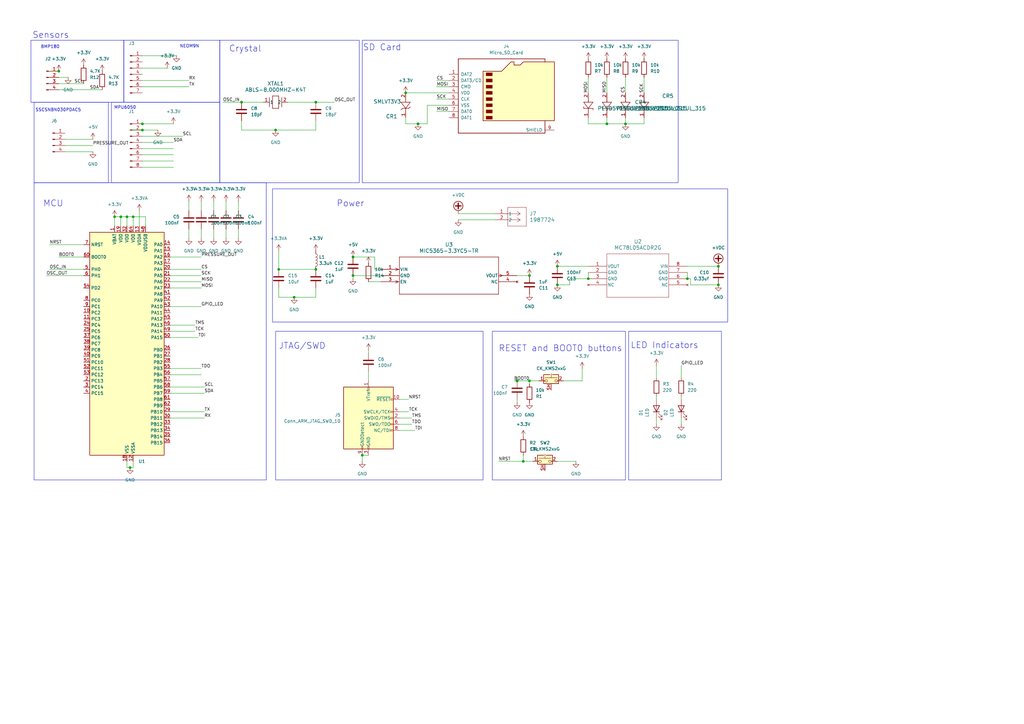
<source format=kicad_sch>
(kicad_sch (version 20231120) (generator "eeschema") (generator_version "8.0")
  (paper "A3")
  (junction (at 49.53 88.9))
  (junction (at 212.09 156.21))
  (junction (at 46.99 88.9))
  (junction (at 214.63 189.23))
  (junction (at 294.64 116.84))
  (junction (at 241.3 114.3))
  (junction (at 58.42 50.8))
  (junction (at 294.64 109.22))
  (junction (at 120.65 121.92))
  (junction (at 129.54 41.91))
  (junction (at 228.6 109.22))
  (junction (at 217.17 156.21))
  (junction (at 144.78 105.41))
  (junction (at 248.92 50.8))
  (junction (at 144.78 113.03))
  (junction (at 52.07 88.9))
  (junction (at 281.94 114.3))
  (junction (at 24.13 29.21))
  (junction (at 171.45 50.8))
  (junction (at 217.17 113.03))
  (junction (at 54.61 88.9))
  (junction (at 148.59 186.69))
  (junction (at 166.37 38.1))
  (junction (at 114.3 110.49))
  (junction (at 58.42 53.34))
  (junction (at 256.54 50.8))
  (junction (at 99.06 41.91))
  (junction (at 129.54 110.49))
  (junction (at 113.03 53.34))
  (junction (at 228.6 116.84))
  (junction (at 53.34 191.77))
  (wire (pts (xy 233.68 114.3) (xy 233.68 116.84)))
  (wire (pts (xy 69.85 135.89) (xy 80.01 135.89)))
  (wire (pts (xy 163.83 171.45) (xy 168.91 171.45)))
  (wire (pts (xy 241.3 50.8) (xy 248.92 50.8)))
  (wire (pts (xy 114.3 121.92) (xy 120.65 121.92)))
  (wire (pts (xy 163.83 173.99) (xy 168.91 173.99)))
  (wire (pts (xy 58.42 33.02) (xy 77.47 33.02)))
  (wire (pts (xy 69.85 168.91) (xy 83.82 168.91)))
  (wire (pts (xy 69.85 105.41) (xy 82.55 105.41)))
  (wire (pts (xy 82.55 93.98) (xy 82.55 97.79)))
  (wire (pts (xy 58.42 27.94) (xy 68.58 27.94)))
  (wire (pts (xy 52.07 189.23) (xy 52.07 191.77)))
  (wire (pts (xy 57.15 50.8) (xy 58.42 50.8)))
  (wire (pts (xy 118.11 41.91) (xy 129.54 41.91)))
  (wire (pts (xy 171.45 50.8) (xy 175.26 50.8)))
  (wire (pts (xy 163.83 176.53) (xy 170.18 176.53)))
  (wire (pts (xy 58.42 22.86) (xy 72.39 22.86)))
  (wire (pts (xy 58.42 55.88) (xy 74.93 55.88)))
  (wire (pts (xy 214.63 186.69) (xy 214.63 189.23)))
  (wire (pts (xy 281.94 111.76) (xy 281.94 114.3)))
  (wire (pts (xy 92.71 82.55) (xy 92.71 86.36)))
  (wire (pts (xy 20.32 100.33) (xy 34.29 100.33)))
  (wire (pts (xy 54.61 88.9) (xy 59.69 88.9)))
  (wire (pts (xy 279.4 171.45) (xy 279.4 173.99)))
  (wire (pts (xy 58.42 58.42) (xy 71.12 58.42)))
  (wire (pts (xy 52.07 88.9) (xy 52.07 92.71)))
  (wire (pts (xy 144.78 114.3) (xy 144.78 113.03)))
  (wire (pts (xy 99.06 53.34) (xy 113.03 53.34)))
  (wire (pts (xy 241.3 111.76) (xy 241.3 114.3)))
  (wire (pts (xy 212.09 165.1) (xy 212.09 163.83)))
  (wire (pts (xy 69.85 161.29) (xy 83.82 161.29)))
  (wire (pts (xy 19.05 113.03) (xy 34.29 113.03)))
  (wire (pts (xy 58.42 68.58) (xy 71.12 68.58)))
  (wire (pts (xy 114.3 102.87) (xy 114.3 110.49)))
  (wire (pts (xy 187.96 87.63) (xy 203.2 87.63)))
  (wire (pts (xy 279.4 149.86) (xy 279.4 154.94)))
  (wire (pts (xy 210.82 156.21) (xy 212.09 156.21)))
  (wire (pts (xy 58.42 66.04) (xy 71.12 66.04)))
  (wire (pts (xy 120.65 121.92) (xy 129.54 121.92)))
  (wire (pts (xy 166.37 48.26) (xy 166.37 50.8)))
  (wire (pts (xy 279.4 162.56) (xy 279.4 163.83)))
  (wire (pts (xy 46.99 88.9) (xy 49.53 88.9)))
  (wire (pts (xy 187.96 90.17) (xy 203.2 90.17)))
  (wire (pts (xy 264.16 48.26) (xy 264.16 50.8)))
  (wire (pts (xy 69.85 171.45) (xy 83.82 171.45)))
  (wire (pts (xy 151.13 144.78) (xy 151.13 143.51)))
  (wire (pts (xy 179.07 40.64) (xy 184.15 40.64)))
  (wire (pts (xy 129.54 53.34) (xy 129.54 49.53)))
  (wire (pts (xy 49.53 88.9) (xy 49.53 92.71)))
  (wire (pts (xy 52.07 88.9) (xy 54.61 88.9)))
  (wire (pts (xy 91.44 41.91) (xy 99.06 41.91)))
  (wire (pts (xy 179.07 33.02) (xy 184.15 33.02)))
  (wire (pts (xy 241.3 31.75) (xy 241.3 38.1)))
  (wire (pts (xy 217.17 156.21) (xy 220.98 156.21)))
  (wire (pts (xy 26.67 59.69) (xy 38.1 59.69)))
  (wire (pts (xy 69.85 110.49) (xy 82.55 110.49)))
  (wire (pts (xy 151.13 152.4) (xy 151.13 156.21)))
  (wire (pts (xy 212.09 156.21) (xy 217.17 156.21)))
  (wire (pts (xy 148.59 189.23) (xy 148.59 186.69)))
  (wire (pts (xy 248.92 48.26) (xy 248.92 50.8)))
  (wire (pts (xy 92.71 93.98) (xy 92.71 97.79)))
  (wire (pts (xy 99.06 49.53) (xy 99.06 53.34)))
  (wire (pts (xy 204.47 189.23) (xy 214.63 189.23)))
  (wire (pts (xy 58.42 60.96) (xy 71.12 60.96)))
  (wire (pts (xy 175.26 43.18) (xy 175.26 50.8)))
  (wire (pts (xy 269.24 171.45) (xy 269.24 173.99)))
  (wire (pts (xy 129.54 118.11) (xy 129.54 121.92)))
  (wire (pts (xy 283.21 116.84) (xy 294.64 116.84)))
  (wire (pts (xy 58.42 50.8) (xy 71.12 50.8)))
  (wire (pts (xy 53.34 191.77) (xy 54.61 191.77)))
  (wire (pts (xy 26.67 57.15) (xy 38.1 57.15)))
  (wire (pts (xy 49.53 88.9) (xy 52.07 88.9)))
  (wire (pts (xy 54.61 88.9) (xy 54.61 92.71)))
  (wire (pts (xy 179.07 35.56) (xy 184.15 35.56)))
  (wire (pts (xy 54.61 189.23) (xy 54.61 191.77)))
  (wire (pts (xy 82.55 82.55) (xy 82.55 86.36)))
  (wire (pts (xy 256.54 31.75) (xy 256.54 38.1)))
  (wire (pts (xy 99.06 41.91) (xy 107.95 41.91)))
  (wire (pts (xy 87.63 93.98) (xy 87.63 97.79)))
  (wire (pts (xy 228.6 189.23) (xy 236.22 189.23)))
  (wire (pts (xy 20.32 29.21) (xy 24.13 29.21)))
  (wire (pts (xy 58.42 53.34) (xy 64.77 53.34)))
  (wire (pts (xy 153.67 105.41) (xy 153.67 110.49)))
  (wire (pts (xy 264.16 50.8) (xy 256.54 50.8)))
  (wire (pts (xy 24.13 31.75) (xy 27.94 31.75)))
  (wire (pts (xy 69.85 151.13) (xy 82.55 151.13)))
  (wire (pts (xy 163.83 168.91) (xy 167.64 168.91)))
  (wire (pts (xy 77.47 93.98) (xy 77.47 97.79)))
  (wire (pts (xy 58.42 35.56) (xy 77.47 35.56)))
  (wire (pts (xy 217.17 156.21) (xy 217.17 157.48)))
  (wire (pts (xy 151.13 115.57) (xy 156.21 115.57)))
  (wire (pts (xy 129.54 41.91) (xy 137.16 41.91)))
  (wire (pts (xy 59.69 88.9) (xy 59.69 92.71)))
  (wire (pts (xy 179.07 45.72) (xy 184.15 45.72)))
  (wire (pts (xy 69.85 115.57) (xy 82.55 115.57)))
  (wire (pts (xy 233.68 114.3) (xy 241.3 114.3)))
  (wire (pts (xy 20.32 110.49) (xy 34.29 110.49)))
  (wire (pts (xy 69.85 125.73) (xy 82.55 125.73)))
  (wire (pts (xy 214.63 189.23) (xy 218.44 189.23)))
  (wire (pts (xy 163.83 163.83) (xy 167.64 163.83)))
  (wire (pts (xy 148.59 186.69) (xy 151.13 186.69)))
  (wire (pts (xy 283.21 114.3) (xy 283.21 116.84)))
  (wire (pts (xy 241.3 48.26) (xy 241.3 50.8)))
  (wire (pts (xy 24.13 105.41) (xy 34.29 105.41)))
  (wire (pts (xy 97.79 97.79) (xy 97.79 93.98)))
  (wire (pts (xy 52.07 191.77) (xy 53.34 191.77)))
  (wire (pts (xy 77.47 82.55) (xy 77.47 86.36)))
  (wire (pts (xy 233.68 116.84) (xy 228.6 116.84)))
  (wire (pts (xy 46.99 88.9) (xy 46.99 92.71)))
  (wire (pts (xy 24.13 34.29) (xy 34.29 34.29)))
  (wire (pts (xy 57.15 86.36) (xy 57.15 92.71)))
  (wire (pts (xy 248.92 50.8) (xy 256.54 50.8)))
  (wire (pts (xy 114.3 110.49) (xy 129.54 110.49)))
  (wire (pts (xy 69.85 158.75) (xy 83.82 158.75)))
  (wire (pts (xy 97.79 82.55) (xy 97.79 86.36)))
  (wire (pts (xy 256.54 48.26) (xy 256.54 50.8)))
  (wire (pts (xy 166.37 38.1) (xy 184.15 38.1)))
  (wire (pts (xy 69.85 113.03) (xy 82.55 113.03)))
  (wire (pts (xy 87.63 82.55) (xy 87.63 86.36)))
  (wire (pts (xy 26.67 62.23) (xy 38.1 62.23)))
  (wire (pts (xy 24.13 36.83) (xy 41.91 36.83)))
  (wire (pts (xy 264.16 31.75) (xy 264.16 38.1)))
  (wire (pts (xy 212.09 113.03) (xy 217.17 113.03)))
  (wire (pts (xy 281.94 109.22) (xy 294.64 109.22)))
  (wire (pts (xy 153.67 110.49) (xy 156.21 110.49)))
  (wire (pts (xy 113.03 53.34) (xy 129.54 53.34)))
  (wire (pts (xy 69.85 118.11) (xy 82.55 118.11)))
  (wire (pts (xy 69.85 138.43) (xy 81.28 138.43)))
  (wire (pts (xy 144.78 113.03) (xy 156.21 113.03)))
  (wire (pts (xy 144.78 105.41) (xy 153.67 105.41)))
  (wire (pts (xy 281.94 114.3) (xy 283.21 114.3)))
  (wire (pts (xy 269.24 149.86) (xy 269.24 154.94)))
  (wire (pts (xy 269.24 162.56) (xy 269.24 163.83)))
  (wire (pts (xy 231.14 156.21) (xy 238.76 156.21)))
  (wire (pts (xy 228.6 109.22) (xy 241.3 109.22)))
  (wire (pts (xy 69.85 153.67) (xy 82.55 153.67)))
  (wire (pts (xy 53.34 53.34) (xy 58.42 53.34)))
  (wire (pts (xy 184.15 43.18) (xy 175.26 43.18)))
  (wire (pts (xy 69.85 133.35) (xy 80.01 133.35)))
  (wire (pts (xy 166.37 50.8) (xy 171.45 50.8)))
  (wire (pts (xy 114.3 118.11) (xy 114.3 121.92)))
  (wire (pts (xy 248.92 31.75) (xy 248.92 38.1)))
  (wire (pts (xy 58.42 63.5) (xy 71.12 63.5)))
  (wire (pts (xy 238.76 151.13) (xy 238.76 156.21)))
  (rectangle (start 201.93 135.89) (end 256.54 196.85))
  (rectangle (start 148.59 16.51) (end 278.13 74.93))
  (rectangle (start 257.81 135.89) (end 295.91 196.85))
  (rectangle (start 45.72 41.91) (end 90.17 74.93))
  (rectangle (start 50.8 16.51) (end 90.17 41.91))
  (rectangle (start 12.7 16.51) (end 50.8 41.91))
  (rectangle (start 113.03 135.89) (end 198.12 196.85))
  (rectangle (start 111.76 77.47) (end 298.45 132.08))
  (rectangle (start 13.97 74.93) (end 109.22 196.85))
  (rectangle (start 90.17 16.51) (end 147.32 74.93))
  (rectangle (start 13.97 41.91) (end 44.45 74.93))
  (text "BMP180\n" (at 20.574 19.304 0) (effects (font (size 1.27 1.27))))
  (text "SD Card" (at 156.718 19.558 0) (effects (font (size 2.54 2.54))))
  (text "Power\n" (at 143.764 83.566 0) (effects (font (size 2.54 2.54))))
  (text "Sensors\n" (at 20.828 14.478 0) (effects (font (size 2.54 2.54))))
  (text "Crystal\n" (at 100.584 20.066 0) (effects (font (size 2.54 2.54))))
  (text "MPU6050" (at 51.308 44.196 0) (effects (font (size 1.27 1.27))))
  (text "NEOM9N" (at 77.724 19.05 0) (effects (font (size 1.27 1.27))))
  (text "JTAG/SWD\n" (at 123.952 141.986 0) (effects (font (size 2.54 2.54))))
  (text "RESET and BOOT0 buttons" (at 229.87 143.002 0) (effects (font (size 2.54 2.54))))
  (text "LED Indicators\n" (at 272.542 141.732 0) (effects (font (size 2.54 2.54))))
  (text "MCU\n" (at 21.844 83.566 0) (effects (font (size 2.54 2.54))))
  (text "SSCSNBN030PDAC5" (at 23.876 45.212 0) (effects (font (size 1.27 1.27))))
  (label "TDO" (at 168.91 173.99 0))
  (label "TCK" (at 167.64 168.91 0))
  (label "NRST" (at 20.32 100.33 0))
  (label "RX" (at 77.47 33.02 0))
  (label "SCK" (at 264.16 38.1 90))
  (label "MISO" (at 82.55 115.57 0))
  (label "SCK" (at 82.55 113.03 0))
  (label "OSC_IN" (at 91.44 41.91 0))
  (label "MISO" (at 179.07 45.72 0))
  (label "OSC_IN" (at 20.32 110.49 0))
  (label "SDA" (at 36.83 36.83 0))
  (label "OSC_OUT" (at 19.05 113.03 0))
  (label "TDI" (at 81.28 138.43 0))
  (label "OSC_OUT" (at 137.16 41.91 0))
  (label "BOOT0" (at 24.13 105.41 0))
  (label "TMS" (at 80.01 133.35 0))
  (label "TX" (at 77.47 35.56 0))
  (label "GPIO_LED" (at 279.4 149.86 0))
  (label "SDA" (at 83.82 161.29 0))
  (label "SDA" (at 71.12 58.42 0))
  (label "MISO" (at 248.92 38.1 90))
  (label "CS" (at 256.54 38.1 90))
  (label "MOSI" (at 82.55 118.11 0))
  (label "NRST" (at 167.64 163.83 0))
  (label "TX" (at 83.82 168.91 0))
  (label "MOSI" (at 179.07 35.56 0))
  (label "TCK" (at 80.01 135.89 0))
  (label "PRESSURE_OUT" (at 38.1 59.69 0))
  (label "SCL" (at 30.48 34.29 0))
  (label "CS" (at 82.55 110.49 0))
  (label "RX" (at 83.82 171.45 0))
  (label "MOSI" (at 241.3 38.1 90))
  (label "TDO" (at 82.55 151.13 0))
  (label "SCK" (at 179.07 40.64 0))
  (label "CS" (at 179.07 33.02 0))
  (label "NRST" (at 204.47 189.23 0))
  (label "SCL" (at 74.93 55.88 0))
  (label "BOOT0" (at 210.82 156.21 0))
  (label "TMS" (at 168.91 171.45 0))
  (label "SCL" (at 83.82 158.75 0))
  (label "PRESSURE_OUT" (at 82.55 105.41 0))
  (label "TDI" (at 170.18 176.53 0))
  (label "GPIO_LED" (at 82.55 125.73 0))
  (symbol (lib_id "Device:R") (at 264.16 27.94 0) (mirror x) (unit 1)
    (property "Reference" "R10" (at 266.7 29.2101 0) (effects (justify left)))
    (property "Value" "10k" (at 266.7 26.6701 0) (effects (justify left)))
    (property "Footprint" "Resistor_SMD:R_0201_0603Metric_Pad0.64x0.40mm_HandSolder" (effects (hide yes)))
    (property "Description" "Resistor" (effects (hide yes)))
  )
  (symbol (lib_id "power:+3.3V") (at 82.55 82.55 0) (unit 1)
    (property "Reference" "#PWR07" (effects (hide yes)))
    (property "Value" "+3.3V" (at 82.55 77.47 0))
    (property "Description" "Power symbol creates a global label with name \"+3.3V\"" (effects (hide yes)))
  )
  (symbol (lib_id "power:+VDC") (at 187.96 87.63 0) (unit 1)
    (property "Reference" "#PWR053" (effects (hide yes)))
    (property "Value" "+VDC" (at 187.96 80.01 0))
    (property "Description" "Power symbol creates a global label with name \"+VDC\"" (effects (hide yes)))
  )
  (symbol (lib_id "Connector:Micro_SD_Card") (at 207.01 38.1 0) (unit 1)
    (property "Reference" "J4" (at 207.645 19.05 0))
    (property "Value" "Micro_SD_Card" (at 207.645 21.59 0))
    (property "Footprint" "Connector_Card:microSD_HC_Molex_47219-2001" (effects (hide yes)))
    (property "Datasheet" "https://www.we-online.com/components/products/datasheet/693072010801.pdf" (effects (hide yes)))
    (property "Description" "Micro SD Card Socket" (effects (hide yes)))
  )
  (symbol (lib_id "Device:C") (at 87.63 90.17 0) (unit 1)
    (property "Reference" "C2" (at 91.44 88.8999 0) (effects (justify left)))
    (property "Value" "100nF" (at 91.44 91.4399 0) (effects (justify left)))
    (property "Footprint" "Capacitor_SMD:C_0201_0603Metric" (effects (hide yes)))
    (property "Description" "Unpolarized capacitor" (effects (hide yes)))
  )
  (symbol (lib_id "power:+3.3V") (at 97.79 82.55 0) (unit 1)
    (property "Reference" "#PWR010" (effects (hide yes)))
    (property "Value" "+3.3V" (at 97.79 77.47 0))
    (property "Description" "Power symbol creates a global label with name \"+3.3V\"" (effects (hide yes)))
  )
  (symbol (lib_id "power:+3.3V") (at 217.17 113.03 0) (unit 1)
    (property "Reference" "#PWR050" (effects (hide yes)))
    (property "Value" "+3.3V" (at 217.17 107.95 0))
    (property "Description" "Power symbol creates a global label with name \"+3.3V\"" (effects (hide yes)))
  )
  (symbol (lib_id "power:GND") (at 53.34 191.77 0) (unit 1)
    (property "Reference" "#PWR013" (effects (hide yes)))
    (property "Value" "GND" (at 53.34 196.85 0))
    (property "Description" "Power symbol creates a global label with name \"GND\" , ground" (effects (hide yes)))
  )
  (symbol (lib_id "power:GND") (at 256.54 50.8 0) (unit 1)
    (property "Reference" "#PWR029" (effects (hide yes)))
    (property "Value" "GND" (at 256.54 55.88 0))
    (property "Description" "Power symbol creates a global label with name \"GND\" , ground" (effects (hide yes)))
  )
  (symbol (lib_id "power:GND") (at 87.63 97.79 0) (unit 1)
    (property "Reference" "#PWR01" (effects (hide yes)))
    (property "Value" "GND" (at 87.63 102.87 0))
    (property "Description" "Power symbol creates a global label with name \"GND\" , ground" (effects (hide yes)))
  )
  (symbol (lib_id "PESD5V0S1UL,315:PESD5V0S1UL_315") (at 248.92 38.1 270) (unit 1)
    (property "Reference" "CR3" (effects (hide yes)))
    (property "Value" "PESD5V0S1UL_315" (at 252.73 44.4499 90) (effects (font (size 1.524 1.524)) (justify left)))
    (property "Footprint" "PESD5V0S1UL,315:DFN1006-2_SOD882_NEX" (effects (hide yes)))
    (property "Datasheet" "PESD5V0S1UL_315" (effects (hide yes)))
  )
  (symbol (lib_id "Connector:Conn_01x04_Pin") (at 19.05 31.75 0) (unit 1)
    (property "Reference" "J2" (at 19.685 24.13 0))
    (property "Value" "Conn_01x04_Pin" (effects (hide yes)))
    (property "Footprint" "Connector_PinSocket_2.54mm:PinSocket_1x04_P2.54mm_Vertical" (effects (hide yes)))
    (property "Description" "Generic connector, single row, 01x04, script generated" (effects (hide yes)))
  )
  (symbol (lib_id "2025-01-22_04-11-48:SMLVT3V3") (at 166.37 48.26 90) (unit 1)
    (property "Reference" "CR1" (at 158.242 47.752 90) (effects (font (size 1.524 1.524)) (justify right)))
    (property "Value" "SMLVT3V3" (at 153.162 41.656 90) (effects (font (size 1.524 1.524)) (justify right)))
    (property "Footprint" "SMLVT3V3:SMB_STM" (effects (hide yes)))
    (property "Datasheet" "SMLVT3V3" (effects (hide yes)))
  )
  (symbol (lib_id "power:+3.3V") (at 151.13 107.95 0) (unit 1)
    (property "Reference" "#PWR055" (effects (hide yes)))
    (property "Value" "+3.3V" (at 151.13 102.87 0))
    (property "Description" "Power symbol creates a global label with name \"+3.3V\"" (effects (hide yes)))
  )
  (symbol (lib_id "power:+3.3V") (at 77.47 82.55 0) (unit 1)
    (property "Reference" "#PWR06" (effects (hide yes)))
    (property "Value" "+3.3V" (at 77.47 77.47 0))
    (property "Description" "Power symbol creates a global label with name \"+3.3V\"" (effects (hide yes)))
  )
  (symbol (lib_id "power:GND") (at 120.65 121.92 0) (unit 1)
    (property "Reference" "#PWR020" (effects (hide yes)))
    (property "Value" "GND" (at 120.65 127 0))
    (property "Description" "Power symbol creates a global label with name \"GND\" , ground" (effects (hide yes)))
  )
  (symbol (lib_id "Device:C") (at 82.55 90.17 0) (unit 1)
    (property "Reference" "C1" (at 86.36 88.8999 0) (effects (justify left)))
    (property "Value" "100nF" (at 86.36 91.4399 0) (effects (justify left)))
    (property "Footprint" "Capacitor_SMD:C_0201_0603Metric" (effects (hide yes)))
    (property "Description" "Unpolarized capacitor" (effects (hide yes)))
  )
  (symbol (lib_id "1987724:1987724") (at 203.2 87.63 0) (unit 1)
    (property "Reference" "J7" (at 217.17 87.6299 0) (effects (font (size 1.524 1.524)) (justify left)))
    (property "Value" "1987724" (at 217.17 90.1699 0) (effects (font (size 1.524 1.524)) (justify left)))
    (property "Footprint" "1987724:CONN_1987724_PXC" (effects (hide yes)))
    (property "Datasheet" "1987724" (effects (hide yes)))
  )
  (symbol (lib_id "power:+3.3V") (at 269.24 149.86 0) (unit 1)
    (property "Reference" "#PWR041" (effects (hide yes)))
    (property "Value" "+3.3V" (at 269.24 144.78 0))
    (property "Description" "Power symbol creates a global label with name \"+3.3V\"" (effects (hide yes)))
  )
  (symbol (lib_id "power:GND") (at 212.09 165.1 0) (unit 1)
    (property "Reference" "#PWR031" (effects (hide yes)))
    (property "Value" "GND" (at 212.09 170.18 0))
    (property "Description" "Power symbol creates a global label with name \"GND\" , ground" (effects (hide yes)))
  )
  (symbol (lib_id "power:GND") (at 269.24 173.99 0) (unit 1)
    (property "Reference" "#PWR039" (effects (hide yes)))
    (property "Value" "GND" (at 269.24 179.07 0))
    (property "Description" "Power symbol creates a global label with name \"GND\" , ground" (effects (hide yes)))
  )
  (symbol (lib_id "Device:C") (at 129.54 114.3 0) (unit 1)
    (property "Reference" "C14" (at 133.35 113.0299 0) (effects (justify left)))
    (property "Value" "1uF" (at 133.35 115.5699 0) (effects (justify left)))
    (property "Footprint" "Capacitor_SMD:C_0201_0603Metric" (effects (hide yes)))
    (property "Description" "Unpolarized capacitor" (effects (hide yes)))
  )
  (symbol (lib_id "Device:LED") (at 279.4 167.64 90) (unit 1)
    (property "Reference" "D2" (at 273.05 169.2275 0))
    (property "Value" "LED" (at 275.59 169.2275 0))
    (property "Footprint" "LED_SMD:LED_0603_1608Metric" (effects (hide yes)))
    (property "Description" "Light emitting diode" (effects (hide yes)))
  )
  (symbol (lib_id "power:+3.3V") (at 92.71 82.55 0) (unit 1)
    (property "Reference" "#PWR09" (effects (hide yes)))
    (property "Value" "+3.3V" (at 92.71 77.47 0))
    (property "Description" "Power symbol creates a global label with name \"+3.3V\"" (effects (hide yes)))
  )
  (symbol (lib_id "Device:C") (at 99.06 45.72 0) (unit 1)
    (property "Reference" "C8" (at 102.87 44.4499 0) (effects (justify left)))
    (property "Value" "18pF" (at 102.87 46.9899 0) (effects (justify left)))
    (property "Footprint" "Capacitor_SMD:C_0201_0603Metric" (effects (hide yes)))
    (property "Description" "Unpolarized capacitor" (effects (hide yes)))
  )
  (symbol (lib_id "MCU_ST_STM32L4:STM32L476RGTx") (at 52.07 140.97 0) (unit 1)
    (property "Reference" "U1" (at 56.8041 189.23 0) (effects (justify left)))
    (property "Value" "STM32L476RGTx" (effects (hide yes)))
    (property "Footprint" "Package_QFP:LQFP-64_10x10mm_P0.5mm" (effects (hide yes)))
    (property "Datasheet" "https://www.st.com/resource/en/datasheet/stm32l476rg.pdf" (effects (hide yes)))
    (property "Description" "STMicroelectronics Arm Cortex-M4 MCU, 1024KB flash, 128KB RAM, 80 MHz, 1.71-3.6V, 51 GPIO, LQFP64" (effects (hide yes)))
  )
  (symbol (lib_id "Device:R") (at 241.3 27.94 0) (mirror x) (unit 1)
    (property "Reference" "R7" (at 243.84 29.2101 0) (effects (justify left)))
    (property "Value" "10k" (at 243.84 26.6701 0) (effects (justify left)))
    (property "Footprint" "Resistor_SMD:R_0201_0603Metric_Pad0.64x0.40mm_HandSolder" (effects (hide yes)))
    (property "Description" "Resistor" (effects (hide yes)))
  )
  (symbol (lib_id "power:GND") (at 97.79 97.79 0) (unit 1)
    (property "Reference" "#PWR05" (effects (hide yes)))
    (property "Value" "GND" (at 97.79 102.87 0))
    (property "Description" "Power symbol creates a global label with name \"GND\" , ground" (effects (hide yes)))
  )
  (symbol (lib_id "PESD5V0S1UL,315:PESD5V0S1UL_315") (at 264.16 38.1 270) (unit 1)
    (property "Reference" "CR5" (at 271.526 39.37 90) (effects (font (size 1.524 1.524)) (justify left)))
    (property "Value" "PESD5V0S1UL_315" (at 267.97 44.4499 90) (effects (font (size 1.524 1.524)) (justify left)))
    (property "Footprint" "PESD5V0S1UL,315:DFN1006-2_SOD882_NEX" (effects (hide yes)))
    (property "Datasheet" "PESD5V0S1UL_315" (effects (hide yes)))
  )
  (symbol (lib_id "power:+3.3V") (at 24.13 29.21 0) (unit 1)
    (property "Reference" "#PWR019" (effects (hide yes)))
    (property "Value" "+3.3V" (at 24.13 24.13 0))
    (property "Description" "Power symbol creates a global label with name \"+3.3V\"" (effects (hide yes)))
  )
  (symbol (lib_id "power:GND") (at 27.94 31.75 0) (unit 1)
    (property "Reference" "#PWR018" (effects (hide yes)))
    (property "Value" "GND" (at 27.94 36.83 0))
    (property "Description" "Power symbol creates a global label with name \"GND\" , ground" (effects (hide yes)))
  )
  (symbol (lib_id "power:+3.3V") (at 46.99 88.9 0) (unit 1)
    (property "Reference" "#PWR011" (effects (hide yes)))
    (property "Value" "+3.3V" (at 46.99 83.82 0))
    (property "Description" "Power symbol creates a global label with name \"+3.3V\"" (effects (hide yes)))
  )
  (symbol (lib_id "PESD5V0S1UL,315:PESD5V0S1UL_315") (at 256.54 38.1 270) (unit 1)
    (property "Reference" "CR4" (at 260.35 41.9099 90) (effects (font (size 1.524 1.524)) (justify left)))
    (property "Value" "PESD5V0S1UL_315" (at 260.35 44.4499 90) (effects (font (size 1.524 1.524)) (justify left)))
    (property "Footprint" "PESD5V0S1UL,315:DFN1006-2_SOD882_NEX" (effects (hide yes)))
    (property "Datasheet" "PESD5V0S1UL_315" (effects (hide yes)))
  )
  (symbol (lib_id "Device:C") (at 151.13 148.59 0) (unit 1)
    (property "Reference" "C6" (at 154.94 147.3199 0) (effects (justify left)))
    (property "Value" "100nF" (at 154.94 149.8599 0) (effects (justify left)))
    (property "Footprint" "Capacitor_SMD:C_0201_0603Metric" (effects (hide yes)))
    (property "Description" "Unpolarized capacitor" (effects (hide yes)))
  )
  (symbol (lib_id "Device:R") (at 151.13 111.76 0) (mirror x) (unit 1)
    (property "Reference" "R14" (at 153.67 113.0301 0) (effects (justify left)))
    (property "Value" "10k" (at 153.67 110.4901 0) (effects (justify left)))
    (property "Footprint" "Resistor_SMD:R_0201_0603Metric_Pad0.64x0.40mm_HandSolder" (effects (hide yes)))
    (property "Description" "Resistor" (effects (hide yes)))
  )
  (symbol (lib_id "power:+3.3V") (at 87.63 82.55 0) (unit 1)
    (property "Reference" "#PWR08" (effects (hide yes)))
    (property "Value" "+3.3V" (at 87.63 77.47 0))
    (property "Description" "Power symbol creates a global label with name \"+3.3V\"" (effects (hide yes)))
  )
  (symbol (lib_id "Connector:Conn_01x08_Pin") (at 53.34 58.42 0) (unit 1)
    (property "Reference" "J1" (at 53.975 45.72 0))
    (property "Value" "Conn_01x08_Pin" (effects (hide yes)))
    (property "Footprint" "Connector_PinSocket_2.54mm:PinSocket_1x08_P2.54mm_Vertical" (effects (hide yes)))
    (property "Description" "Generic connector, single row, 01x08, script generated" (effects (hide yes)))
  )
  (symbol (lib_id "Device:LED") (at 269.24 167.64 90) (unit 1)
    (property "Reference" "D1" (at 262.89 169.2275 0))
    (property "Value" "LED" (at 265.43 169.2275 0))
    (property "Footprint" "LED_SMD:LED_0603_1608Metric" (effects (hide yes)))
    (property "Description" "Light emitting diode" (effects (hide yes)))
  )
  (symbol (lib_id "power:GND") (at 72.39 22.86 0) (unit 1)
    (property "Reference" "#PWR044" (effects (hide yes)))
    (property "Value" "GND" (at 72.39 27.94 0))
    (property "Description" "Power symbol creates a global label with name \"GND\" , ground" (effects (hide yes)))
  )
  (symbol (lib_id "power:GND") (at 187.96 90.17 0) (unit 1)
    (property "Reference" "#PWR049" (effects (hide yes)))
    (property "Value" "GND" (at 187.96 95.25 0))
    (property "Description" "Power symbol creates a global label with name \"GND\" , ground" (effects (hide yes)))
  )
  (symbol (lib_id "Connector:Conn_01x07_Pin") (at 53.34 30.48 0) (unit 1)
    (property "Reference" "J3" (at 53.975 17.78 0))
    (property "Value" "Conn_01x07_Pin" (effects (hide yes)))
    (property "Footprint" "Connector_PinSocket_2.54mm:PinSocket_1x07_P2.54mm_Vertical" (effects (hide yes)))
    (property "Description" "Generic connector, single row, 01x07, script generated" (effects (hide yes)))
  )
  (symbol (lib_id "power:+3.3V") (at 241.3 24.13 0) (unit 1)
    (property "Reference" "#PWR025" (effects (hide yes)))
    (property "Value" "+3.3V" (at 241.3 19.05 0))
    (property "Description" "Power symbol creates a global label with name \"+3.3V\"" (effects (hide yes)))
  )
  (symbol (lib_id "power:+3.3V") (at 214.63 179.07 0) (unit 1)
    (property "Reference" "#PWR038" (effects (hide yes)))
    (property "Value" "+3.3V" (at 214.63 173.99 0))
    (property "Description" "Power symbol creates a global label with name \"+3.3V\"" (effects (hide yes)))
  )
  (symbol (lib_id "power:GND") (at 294.64 116.84 0) (unit 1)
    (property "Reference" "#PWR048" (effects (hide yes)))
    (property "Value" "GND" (at 294.64 121.92 0))
    (property "Description" "Power symbol creates a global label with name \"GND\" , ground" (effects (hide yes)))
  )
  (symbol (lib_id "Device:C") (at 77.47 90.17 0) (mirror y) (unit 1)
    (property "Reference" "C5" (at 73.66 88.8999 0) (effects (justify left)))
    (property "Value" "100nF" (at 73.66 91.4399 0) (effects (justify left)))
    (property "Footprint" "Capacitor_SMD:C_0201_0603Metric" (effects (hide yes)))
    (property "Description" "Unpolarized capacitor" (effects (hide yes)))
  )
  (symbol (lib_id "power:GND") (at 64.77 53.34 0) (unit 1)
    (property "Reference" "#PWR043" (effects (hide yes)))
    (property "Value" "GND" (at 64.77 58.42 0))
    (property "Description" "Power symbol creates a global label with name \"GND\" , ground" (effects (hide yes)))
  )
  (symbol (lib_id "Device:C") (at 212.09 160.02 0) (mirror y) (unit 1)
    (property "Reference" "C7" (at 208.28 158.7499 0) (effects (justify left)))
    (property "Value" "100nF" (at 208.28 161.2899 0) (effects (justify left)))
    (property "Footprint" "Capacitor_SMD:C_0201_0603Metric" (effects (hide yes)))
    (property "Description" "Unpolarized capacitor" (effects (hide yes)))
  )
  (symbol (lib_id "power:GND") (at 228.6 116.84 0) (unit 1)
    (property "Reference" "#PWR047" (effects (hide yes)))
    (property "Value" "GND" (at 228.6 121.92 0))
    (property "Description" "Power symbol creates a global label with name \"GND\" , ground" (effects (hide yes)))
  )
  (symbol (lib_id "power:+3.3VA") (at 114.3 102.87 0) (unit 1)
    (property "Reference" "#PWR035" (effects (hide yes)))
    (property "Value" "+3.3VA" (at 114.3 97.79 0))
    (property "Description" "Power symbol creates a global label with name \"+3.3VA\"" (effects (hide yes)))
  )
  (symbol (lib_id "power:GND") (at 148.59 189.23 0) (unit 1)
    (property "Reference" "#PWR030" (effects (hide yes)))
    (property "Value" "GND" (at 148.59 194.31 0))
    (property "Description" "Power symbol creates a global label with name \"GND\" , ground" (effects (hide yes)))
  )
  (symbol (lib_id "power:GND") (at 279.4 173.99 0) (unit 1)
    (property "Reference" "#PWR040" (effects (hide yes)))
    (property "Value" "GND" (at 279.4 179.07 0))
    (property "Description" "Power symbol creates a global label with name \"GND\" , ground" (effects (hide yes)))
  )
  (symbol (lib_id "ABLS-8.000MHZ-K4T:ABLS-8.000MHZ-K4T") (at 107.95 41.91 0) (unit 1)
    (property "Reference" "XTAL1" (at 113.03 34.29 0) (effects (font (size 1.524 1.524))))
    (property "Value" "ABLS-8.000MHZ-K4T" (at 113.03 36.83 0) (effects (font (size 1.524 1.524))))
    (property "Footprint" "ABLS-8.000MHZ-K4T:CRYSTAL_ABLS-8.000MHZ-K4T_ABR" (effects (hide yes)))
    (property "Datasheet" "ABLS-8.000MHZ-K4T" (effects (hide yes)))
  )
  (symbol (lib_id "power:+5V") (at 38.1 57.15 0) (unit 1)
    (property "Reference" "#PWR015" (effects (hide yes)))
    (property "Value" "+5V" (at 38.1 52.07 0))
    (property "Description" "Power symbol creates a global label with name \"+5V\"" (effects (hide yes)))
  )
  (symbol (lib_id "Device:R") (at 214.63 182.88 0) (unit 1)
    (property "Reference" "R2" (at 217.17 181.6099 0) (effects (justify left)))
    (property "Value" "10k" (at 217.17 184.1499 0) (effects (justify left)))
    (property "Footprint" "Resistor_SMD:R_0201_0603Metric_Pad0.64x0.40mm_HandSolder" (effects (hide yes)))
    (property "Description" "Resistor" (effects (hide yes)))
  )
  (symbol (lib_id "Device:C") (at 129.54 45.72 0) (unit 1)
    (property "Reference" "C9" (at 133.35 44.4499 0) (effects (justify left)))
    (property "Value" "18pF" (at 133.35 46.9899 0) (effects (justify left)))
    (property "Footprint" "Capacitor_SMD:C_0201_0603Metric" (effects (hide yes)))
    (property "Description" "Unpolarized capacitor" (effects (hide yes)))
  )
  (symbol (lib_id "MIC5365-3.3YC5-TR:MIC5365-3.3YC5-TR") (at 156.21 110.49 0) (unit 1)
    (property "Reference" "U3" (at 184.15 100.33 0) (effects (font (size 1.524 1.524))))
    (property "Value" "MIC5365-3.3YC5-TR" (at 184.15 102.87 0) (effects (font (size 1.524 1.524))))
    (property "Footprint" "MIC5365-3.3YC5-TR:SC-70_C5_MCH" (effects (hide yes)))
    (property "Datasheet" "MIC5365-3.3YC5-TR" (effects (hide yes)))
  )
  (symbol (lib_id "power:+3.3V") (at 248.92 24.13 0) (unit 1)
    (property "Reference" "#PWR026" (effects (hide yes)))
    (property "Value" "+3.3V" (at 248.92 19.05 0))
    (property "Description" "Power symbol creates a global label with name \"+3.3V\"" (effects (hide yes)))
  )
  (symbol (lib_id "Device:R") (at 248.92 27.94 0) (mirror x) (unit 1)
    (property "Reference" "R8" (at 251.46 29.2101 0) (effects (justify left)))
    (property "Value" "10k" (at 251.46 26.6701 0) (effects (justify left)))
    (property "Footprint" "Resistor_SMD:R_0201_0603Metric_Pad0.64x0.40mm_HandSolder" (effects (hide yes)))
    (property "Description" "Resistor" (effects (hide yes)))
  )
  (symbol (lib_id "PESD5V0S1UL,315:PESD5V0S1UL_315") (at 241.3 38.1 270) (unit 1)
    (property "Reference" "CR2" (effects (hide yes)))
    (property "Value" "PESD5V0S1UL_315" (at 245.11 44.4499 90) (effects (font (size 1.524 1.524)) (justify left)))
    (property "Footprint" "PESD5V0S1UL,315:DFN1006-2_SOD882_NEX" (effects (hide yes)))
    (property "Datasheet" "PESD5V0S1UL_315" (effects (hide yes)))
  )
  (symbol (lib_id "power:+3.3V") (at 264.16 24.13 0) (unit 1)
    (property "Reference" "#PWR028" (effects (hide yes)))
    (property "Value" "+3.3V" (at 264.16 19.05 0))
    (property "Description" "Power symbol creates a global label with name \"+3.3V\"" (effects (hide yes)))
  )
  (symbol (lib_id "power:+5V") (at 144.78 105.41 0) (unit 1)
    (property "Reference" "#PWR051" (effects (hide yes)))
    (property "Value" "+5V" (at 144.78 100.33 0))
    (property "Description" "Power symbol creates a global label with name \"+5V\"" (effects (hide yes)))
  )
  (symbol (lib_id "power:+3.3V") (at 68.58 27.94 0) (unit 1)
    (property "Reference" "#PWR021" (effects (hide yes)))
    (property "Value" "+3.3V" (at 68.58 22.86 0))
    (property "Description" "Power symbol creates a global label with name \"+3.3V\"" (effects (hide yes)))
  )
  (symbol (lib_id "Device:R") (at 34.29 30.48 0) (mirror x) (unit 1)
    (property "Reference" "R12" (at 36.83 31.7501 0) (effects (justify left)))
    (property "Value" "4.7K" (at 36.83 29.2101 0) (effects (justify left)))
    (property "Footprint" "Resistor_SMD:R_0201_0603Metric_Pad0.64x0.40mm_HandSolder" (effects (hide yes)))
    (property "Description" "Resistor" (effects (hide yes)))
  )
  (symbol (lib_id "Connector:Conn_ARM_JTAG_SWD_10") (at 151.13 171.45 0) (unit 1)
    (property "Reference" "J5" (at 139.7 170.1799 0) (effects (justify right)))
    (property "Value" "Conn_ARM_JTAG_SWD_10" (at 139.7 172.7199 0) (effects (justify right)))
    (property "Footprint" "3221_10_0300_00:CONN10_3221-10-0300-00_CNC" (effects (hide yes)))
    (property "Datasheet" "http://infocenter.arm.com/help/topic/com.arm.doc.ddi0314h/DDI0314H_coresight_components_trm.pdf" (effects (hide yes)))
    (property "Description" "Cortex Debug Connector, standard ARM Cortex-M SWD and JTAG interface" (effects (hide yes)))
  )
  (symbol (lib_id "power:+3.3V") (at 256.54 24.13 0) (unit 1)
    (property "Reference" "#PWR027" (effects (hide yes)))
    (property "Value" "+3.3V" (at 256.54 19.05 0))
    (property "Description" "Power symbol creates a global label with name \"+3.3V\"" (effects (hide yes)))
  )
  (symbol (lib_id "MC78L05ACDR2G:MC78L05ACDR2G") (at 241.3 109.22 0) (unit 1)
    (property "Reference" "U2" (at 261.62 99.06 0) (effects (font (size 1.524 1.524))))
    (property "Value" "MC78L05ACDR2G" (at 261.62 101.6 0) (effects (font (size 1.524 1.524))))
    (property "Footprint" "MC78L05ACDR2G:SOIC8_ONS" (effects (hide yes)))
    (property "Datasheet" "MC78L05ACDR2G" (effects (hide yes)))
  )
  (symbol (lib_id "Device:C") (at 228.6 113.03 0) (mirror x) (unit 1)
    (property "Reference" "C13" (at 232.41 114.3001 0) (effects (justify left)))
    (property "Value" "100nF" (at 232.41 111.7601 0) (effects (justify left)))
    (property "Footprint" "Capacitor_SMD:C_0201_0603Metric" (effects (hide yes)))
    (property "Description" "Unpolarized capacitor" (effects (hide yes)))
  )
  (symbol (lib_id "power:+3.3V") (at 34.29 26.67 0) (unit 1)
    (property "Reference" "#PWR016" (effects (hide yes)))
    (property "Value" "+3.3V" (at 34.29 21.59 0))
    (property "Description" "Power symbol creates a global label with name \"+3.3V\"" (effects (hide yes)))
  )
  (symbol (lib_id "power:+3.3V") (at 166.37 38.1 0) (unit 1)
    (property "Reference" "#PWR024" (effects (hide yes)))
    (property "Value" "+3.3V" (at 166.37 33.02 0))
    (property "Description" "Power symbol creates a global label with name \"+3.3V\"" (effects (hide yes)))
  )
  (symbol (lib_id "power:+5V") (at 228.6 109.22 0) (unit 1)
    (property "Reference" "#PWR052" (effects (hide yes)))
    (property "Value" "+5V" (at 228.6 104.14 0))
    (property "Description" "Power symbol creates a global label with name \"+5V\"" (effects (hide yes)))
  )
  (symbol (lib_id "Device:C") (at 217.17 116.84 0) (mirror x) (unit 1)
    (property "Reference" "C11" (at 220.98 118.1101 0) (effects (justify left)))
    (property "Value" "1uF" (at 220.98 115.5701 0) (effects (justify left)))
    (property "Footprint" "Capacitor_SMD:C_0201_0603Metric" (effects (hide yes)))
    (property "Description" "Unpolarized capacitor" (effects (hide yes)))
  )
  (symbol (lib_id "Device:R") (at 256.54 27.94 0) (mirror x) (unit 1)
    (property "Reference" "R9" (at 259.08 29.2101 0) (effects (justify left)))
    (property "Value" "10k" (at 259.08 26.6701 0) (effects (justify left)))
    (property "Footprint" "Resistor_SMD:R_0201_0603Metric_Pad0.64x0.40mm_HandSolder" (effects (hide yes)))
    (property "Description" "Resistor" (effects (hide yes)))
  )
  (symbol (lib_id "Device:C") (at 97.79 90.17 0) (unit 1)
    (property "Reference" "C4" (at 101.6 88.8999 0) (effects (justify left)))
    (property "Value" "100nF" (at 101.6 91.4399 0) (effects (justify left)))
    (property "Footprint" "Capacitor_SMD:C_0201_0603Metric" (effects (hide yes)))
    (property "Description" "Unpolarized capacitor" (effects (hide yes)))
  )
  (symbol (lib_id "power:+3.3V") (at 151.13 143.51 0) (unit 1)
    (property "Reference" "#PWR036" (effects (hide yes)))
    (property "Value" "+3.3V" (at 151.13 138.43 0))
    (property "Description" "Power symbol creates a global label with name \"+3.3V\"" (effects (hide yes)))
  )
  (symbol (lib_id "power:GND") (at 217.17 165.1 0) (unit 1)
    (property "Reference" "#PWR032" (effects (hide yes)))
    (property "Value" "GND" (at 217.17 170.18 0))
    (property "Description" "Power symbol creates a global label with name \"GND\" , ground" (effects (hide yes)))
  )
  (symbol (lib_id "Device:R") (at 279.4 158.75 0) (unit 1)
    (property "Reference" "R4" (at 281.94 157.4799 0) (effects (justify left)))
    (property "Value" "220" (at 281.94 160.0199 0) (effects (justify left)))
    (property "Footprint" "Resistor_SMD:R_0201_0603Metric_Pad0.64x0.40mm_HandSolder" (effects (hide yes)))
    (property "Description" "Resistor" (effects (hide yes)))
  )
  (symbol (lib_id "Device:C") (at 144.78 109.22 0) (mirror y) (unit 1)
    (property "Reference" "C12" (at 140.97 107.9499 0) (effects (justify left)))
    (property "Value" "1uF" (at 140.97 110.4899 0) (effects (justify left)))
    (property "Footprint" "Capacitor_SMD:C_0201_0603Metric" (effects (hide yes)))
    (property "Description" "Unpolarized capacitor" (effects (hide yes)))
  )
  (symbol (lib_id "Device:L") (at 129.54 106.68 0) (unit 1)
    (property "Reference" "L1" (at 130.81 105.4099 0) (effects (justify left)))
    (property "Value" "3.3uh" (at 130.81 107.9499 0) (effects (justify left)))
    (property "Footprint" "Inductor_SMD:L_0201_0603Metric" (effects (hide yes)))
    (property "Description" "Inductor" (effects (hide yes)))
  )
  (symbol (lib_id "power:GND") (at 77.47 97.79 0) (unit 1)
    (property "Reference" "#PWR02" (effects (hide yes)))
    (property "Value" "GND" (at 77.47 102.87 0))
    (property "Description" "Power symbol creates a global label with name \"GND\" , ground" (effects (hide yes)))
  )
  (symbol (lib_id "power:GND") (at 171.45 50.8 0) (unit 1)
    (property "Reference" "#PWR023" (effects (hide yes)))
    (property "Value" "GND" (at 171.45 55.88 0))
    (property "Description" "Power symbol creates a global label with name \"GND\" , ground" (effects (hide yes)))
  )
  (symbol (lib_id "power:+3.3V") (at 129.54 102.87 0) (unit 1)
    (property "Reference" "#PWR034" (effects (hide yes)))
    (property "Value" "+3.3V" (at 129.54 97.79 0))
    (property "Description" "Power symbol creates a global label with name \"+3.3V\"" (effects (hide yes)))
  )
  (symbol (lib_id "power:+VDC") (at 294.64 109.22 0) (unit 1)
    (property "Reference" "#PWR054" (effects (hide yes)))
    (property "Value" "+VDC" (at 294.64 101.6 0))
    (property "Description" "Power symbol creates a global label with name \"+VDC\"" (effects (hide yes)))
  )
  (symbol (lib_id "Device:R") (at 217.17 161.29 0) (mirror x) (unit 1)
    (property "Reference" "R1" (at 219.71 162.5601 0) (effects (justify left)))
    (property "Value" "10k" (at 219.71 160.0201 0) (effects (justify left)))
    (property "Footprint" "Resistor_SMD:R_0201_0603Metric_Pad0.64x0.40mm_HandSolder" (effects (hide yes)))
    (property "Description" "Resistor" (effects (hide yes)))
  )
  (symbol (lib_id "Device:C") (at 92.71 90.17 0) (unit 1)
    (property "Reference" "C3" (at 96.52 88.8999 0) (effects (justify left)))
    (property "Value" "100nF" (at 96.52 91.4399 0) (effects (justify left)))
    (property "Footprint" "Capacitor_SMD:C_0201_0603Metric" (effects (hide yes)))
    (property "Description" "Unpolarized capacitor" (effects (hide yes)))
  )
  (symbol (lib_id "Connector:Conn_01x04_Pin") (at 21.59 57.15 0) (unit 1)
    (property "Reference" "J6" (at 22.225 49.53 0))
    (property "Value" "Conn_01x04_Pin" (effects (hide yes)))
    (property "Footprint" "Connector_PinSocket_2.54mm:PinSocket_1x04_P2.54mm_Vertical" (effects (hide yes)))
    (property "Description" "Generic connector, single row, 01x04, script generated" (effects (hide yes)))
  )
  (symbol (lib_id "Switch:CK_KMS2xxG") (at 226.06 156.21 0) (unit 1)
    (property "Reference" "SW1" (at 226.06 148.59 0))
    (property "Value" "CK_KMS2xxG" (at 226.06 151.13 0))
    (property "Footprint" "Button_Switch_SMD:SW_SPST_CK_KMS2xxGP" (effects (hide yes)))
    (property "Datasheet" "https://www.ckswitches.com/media/1482/kms.pdf" (effects (hide yes)))
    (property "Description" "Microminiature SMT Side Actuated, 4.2 x 2.8 x 1.42mm, without pegs, with shield pin" (effects (hide yes)))
  )
  (symbol (lib_id "power:GND") (at 236.22 189.23 0) (unit 1)
    (property "Reference" "#PWR033" (effects (hide yes)))
    (property "Value" "GND" (at 236.22 194.31 0))
    (property "Description" "Power symbol creates a global label with name \"GND\" , ground" (effects (hide yes)))
  )
  (symbol (lib_id "power:+3.3V") (at 238.76 151.13 0) (unit 1)
    (property "Reference" "#PWR037" (effects (hide yes)))
    (property "Value" "+3.3V" (at 238.76 146.05 0))
    (property "Description" "Power symbol creates a global label with name \"+3.3V\"" (effects (hide yes)))
  )
  (symbol (lib_id "power:GND") (at 144.78 114.3 0) (unit 1)
    (property "Reference" "#PWR045" (effects (hide yes)))
    (property "Value" "GND" (at 144.78 119.38 0))
    (property "Description" "Power symbol creates a global label with name \"GND\" , ground" (effects (hide yes)))
  )
  (symbol (lib_id "Device:R") (at 269.24 158.75 0) (unit 1)
    (property "Reference" "R3" (at 271.78 157.4799 0) (effects (justify left)))
    (property "Value" "220" (at 271.78 160.0199 0) (effects (justify left)))
    (property "Footprint" "Resistor_SMD:R_0201_0603Metric_Pad0.64x0.40mm_HandSolder" (effects (hide yes)))
    (property "Description" "Resistor" (effects (hide yes)))
  )
  (symbol (lib_id "power:GND") (at 113.03 53.34 0) (unit 1)
    (property "Reference" "#PWR022" (effects (hide yes)))
    (property "Value" "GND" (at 113.03 58.42 0))
    (property "Description" "Power symbol creates a global label with name \"GND\" , ground" (effects (hide yes)))
  )
  (symbol (lib_id "Switch:CK_KMS2xxG") (at 223.52 189.23 0) (unit 1)
    (property "Reference" "SW2" (at 223.52 181.61 0))
    (property "Value" "CK_KMS2xxG" (at 223.52 184.15 0))
    (property "Footprint" "Button_Switch_SMD:SW_SPST_CK_KMS2xxGP" (effects (hide yes)))
    (property "Datasheet" "https://www.ckswitches.com/media/1482/kms.pdf" (effects (hide yes)))
    (property "Description" "Microminiature SMT Side Actuated, 4.2 x 2.8 x 1.42mm, without pegs, with shield pin" (effects (hide yes)))
  )
  (symbol (lib_id "power:GND") (at 38.1 62.23 0) (unit 1)
    (property "Reference" "#PWR014" (effects (hide yes)))
    (property "Value" "GND" (at 38.1 67.31 0))
    (property "Description" "Power symbol creates a global label with name \"GND\" , ground" (effects (hide yes)))
  )
  (symbol (lib_id "power:+3.3V") (at 71.12 50.8 0) (unit 1)
    (property "Reference" "#PWR042" (effects (hide yes)))
    (property "Value" "+3.3V" (at 71.12 45.72 0))
    (property "Description" "Power symbol creates a global label with name \"+3.3V\"" (effects (hide yes)))
  )
  (symbol (lib_id "Device:R") (at 41.91 33.02 0) (mirror x) (unit 1)
    (property "Reference" "R13" (at 44.45 34.2901 0) (effects (justify left)))
    (property "Value" "4.7K" (at 44.45 31.7501 0) (effects (justify left)))
    (property "Footprint" "Resistor_SMD:R_0201_0603Metric_Pad0.64x0.40mm_HandSolder" (effects (hide yes)))
    (property "Description" "Resistor" (effects (hide yes)))
  )
  (symbol (lib_id "power:+3.3V") (at 41.91 29.21 0) (unit 1)
    (property "Reference" "#PWR017" (effects (hide yes)))
    (property "Value" "+3.3V" (at 41.91 24.13 0))
    (property "Description" "Power symbol creates a global label with name \"+3.3V\"" (effects (hide yes)))
  )
  (symbol (lib_id "power:+3.3VA") (at 57.15 86.36 0) (unit 1)
    (property "Reference" "#PWR012" (effects (hide yes)))
    (property "Value" "+3.3VA" (at 57.15 81.28 0))
    (property "Description" "Power symbol creates a global label with name \"+3.3VA\"" (effects (hide yes)))
  )
  (symbol (lib_id "power:GND") (at 217.17 120.65 0) (unit 1)
    (property "Reference" "#PWR046" (effects (hide yes)))
    (property "Value" "GND" (at 217.17 125.73 0))
    (property "Description" "Power symbol creates a global label with name \"GND\" , ground" (effects (hide yes)))
  )
  (symbol (lib_id "Device:C") (at 294.64 113.03 0) (mirror y) (unit 1)
    (property "Reference" "C10" (at 290.83 111.7599 0) (effects (justify left)))
    (property "Value" "0.33uf" (at 290.83 114.2999 0) (effects (justify left)))
    (property "Footprint" "Capacitor_SMD:C_0201_0603Metric" (effects (hide yes)))
    (property "Description" "Unpolarized capacitor" (effects (hide yes)))
  )
  (symbol (lib_id "power:GND") (at 92.71 97.79 0) (unit 1)
    (property "Reference" "#PWR04" (effects (hide yes)))
    (property "Value" "GND" (at 92.71 102.87 0))
    (property "Description" "Power symbol creates a global label with name \"GND\" , ground" (effects (hide yes)))
  )
  (symbol (lib_id "power:GND") (at 82.55 97.79 0) (unit 1)
    (property "Reference" "#PWR03" (effects (hide yes)))
    (property "Value" "GND" (at 82.55 102.87 0))
    (property "Description" "Power symbol creates a global label with name \"GND\" , ground" (effects (hide yes)))
  )
  (symbol (lib_id "Device:C") (at 114.3 114.3 0) (unit 1)
    (property "Reference" "C15" (at 118.11 113.0299 0) (effects (justify left)))
    (property "Value" "10uf" (at 118.11 115.5699 0) (effects (justify left)))
    (property "Footprint" "Capacitor_SMD:C_0201_0603Metric" (effects (hide yes)))
    (property "Description" "Unpolarized capacitor" (effects (hide yes)))
  )
)
</source>
